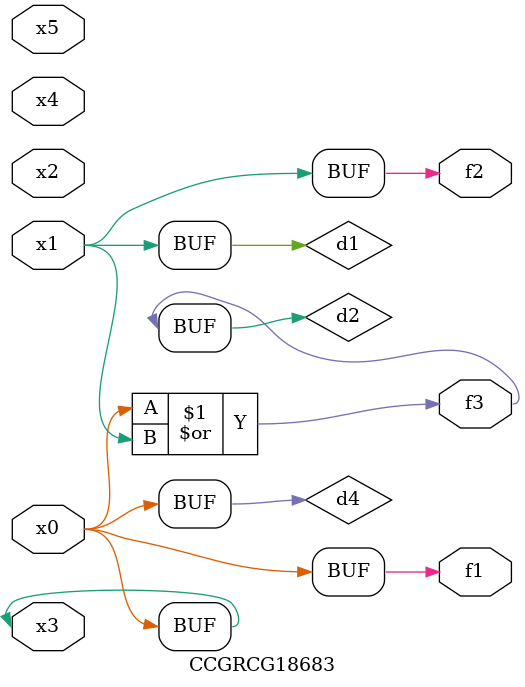
<source format=v>
module CCGRCG18683(
	input x0, x1, x2, x3, x4, x5,
	output f1, f2, f3
);

	wire d1, d2, d3, d4;

	and (d1, x1);
	or (d2, x0, x1);
	nand (d3, x0, x5);
	buf (d4, x0, x3);
	assign f1 = d4;
	assign f2 = d1;
	assign f3 = d2;
endmodule

</source>
